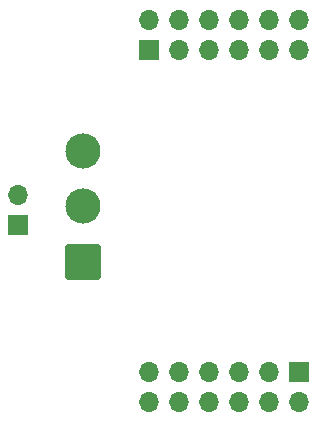
<source format=gbr>
%TF.GenerationSoftware,KiCad,Pcbnew,7.0.5*%
%TF.CreationDate,2024-01-24T02:21:02-05:00*%
%TF.ProjectId,LORA_ADAPTER,4c4f5241-5f41-4444-9150-5445522e6b69,rev?*%
%TF.SameCoordinates,Original*%
%TF.FileFunction,Soldermask,Bot*%
%TF.FilePolarity,Negative*%
%FSLAX46Y46*%
G04 Gerber Fmt 4.6, Leading zero omitted, Abs format (unit mm)*
G04 Created by KiCad (PCBNEW 7.0.5) date 2024-01-24 02:21:02*
%MOMM*%
%LPD*%
G01*
G04 APERTURE LIST*
G04 Aperture macros list*
%AMRoundRect*
0 Rectangle with rounded corners*
0 $1 Rounding radius*
0 $2 $3 $4 $5 $6 $7 $8 $9 X,Y pos of 4 corners*
0 Add a 4 corners polygon primitive as box body*
4,1,4,$2,$3,$4,$5,$6,$7,$8,$9,$2,$3,0*
0 Add four circle primitives for the rounded corners*
1,1,$1+$1,$2,$3*
1,1,$1+$1,$4,$5*
1,1,$1+$1,$6,$7*
1,1,$1+$1,$8,$9*
0 Add four rect primitives between the rounded corners*
20,1,$1+$1,$2,$3,$4,$5,0*
20,1,$1+$1,$4,$5,$6,$7,0*
20,1,$1+$1,$6,$7,$8,$9,0*
20,1,$1+$1,$8,$9,$2,$3,0*%
G04 Aperture macros list end*
%ADD10R,1.700000X1.700000*%
%ADD11O,1.700000X1.700000*%
%ADD12RoundRect,0.102000X1.387500X-1.387500X1.387500X1.387500X-1.387500X1.387500X-1.387500X-1.387500X0*%
%ADD13C,2.979000*%
G04 APERTURE END LIST*
D10*
%TO.C,J4*%
X132660000Y-101273621D03*
D11*
X132660000Y-98733621D03*
%TD*%
D10*
%TO.C,J1*%
X143810000Y-86465599D03*
D11*
X143810000Y-83925599D03*
X146350000Y-86465599D03*
X146350000Y-83925599D03*
X148890000Y-86465599D03*
X148890000Y-83925599D03*
X151430000Y-86465599D03*
X151430000Y-83925599D03*
X153970000Y-86465599D03*
X153970000Y-83925599D03*
X156510000Y-86465599D03*
X156510000Y-83925599D03*
%TD*%
D10*
%TO.C,J2*%
X156510000Y-113743621D03*
D11*
X156510000Y-116283621D03*
X153970000Y-113743621D03*
X153970000Y-116283621D03*
X151430000Y-113743621D03*
X151430000Y-116283621D03*
X148890000Y-113743621D03*
X148890000Y-116283621D03*
X146350000Y-113743621D03*
X146350000Y-116283621D03*
X143810000Y-113743621D03*
X143810000Y-116283621D03*
%TD*%
D12*
%TO.C,S1*%
X138210000Y-104404610D03*
D13*
X138210000Y-99704610D03*
X138210000Y-95004610D03*
%TD*%
M02*

</source>
